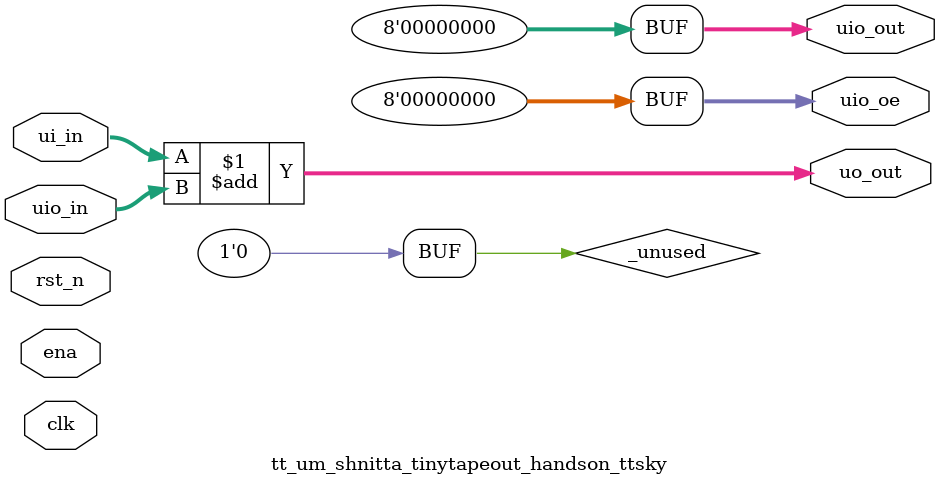
<source format=v>
/*
 * Copyright (c) 2024 Your Name
 * SPDX-License-Identifier: Apache-2.0
 */

`default_nettype none

module tt_um_shnitta_tinytapeout_handson_ttsky (
    input  wire [7:0] ui_in,    // Dedicated inputs
    output wire [7:0] uo_out,   // Dedicated outputs
    input  wire [7:0] uio_in,   // IOs: Input path
    output wire [7:0] uio_out,  // IOs: Output path
    output wire [7:0] uio_oe,   // IOs: Enable path (active high: 0=input, 1=output)
    input  wire       ena,      // always 1 when the design is powered, so you can ignore it
    input  wire       clk,      // clock
    input  wire       rst_n     // reset_n - low to reset
);

  // All output pins must be assigned. If not used, assign to 0.
  assign uo_out  = ui_in + uio_in;  // Example: ou_out is the sum of ui_in and uio_in
  assign uio_out = 0;
  assign uio_oe  = 0;

  // List all unused inputs to prevent warnings
  wire _unused = &{ena, clk, rst_n, 1'b0};

endmodule

</source>
